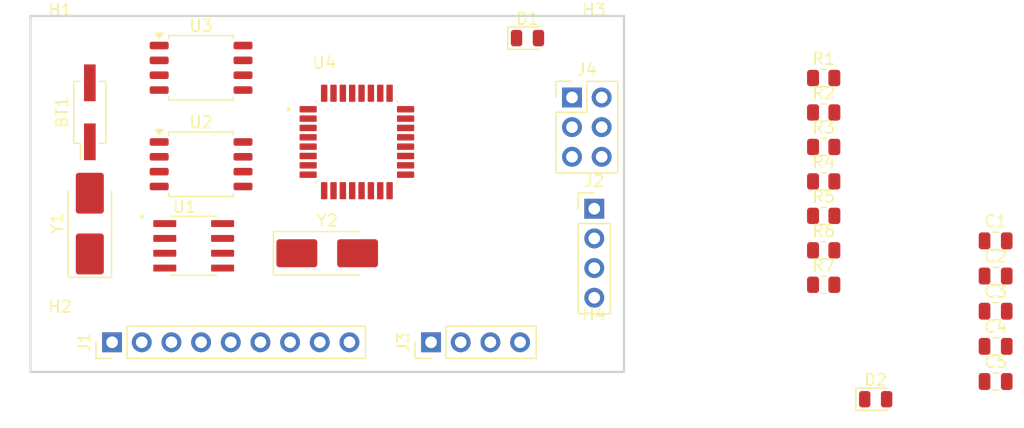
<source format=kicad_pcb>
(kicad_pcb (version 20241229) (generator "pcbnew") (generator_version "9.0")
  (title_block (title "${project_name}") (date "2025-12-21") (rev "1") (company "${name}") (comment 1 "2-Layer PCB version"))
  (layers (0 "F.Cu" mixed) (2 "B.Cu" mixed) (13 "F.Paste" user) (15 "B.Paste" user) (5 "F.SilkS" user "F.Silkscreen") (7 "B.SilkS" user "B.Silkscreen") (1 "F.Mask" user) (3 "B.Mask" user) (25 "Edge.Cuts" user))
  (property "name" "Matthew")
  (property "project_name" "MCU Datalogger with memory and clock")
  (net 0 "")
  (net 1 "Net-(BT1-+)")
  (net 2 "GND")
  (net 3 "/VCC")
  (net 4 "Net-(U4-PB6)")
  (net 5 "Net-(U4-PB7)")
  (net 6 "Net-(U4-AREF)")
  (net 7 "Net-(D1-K)")
  (net 8 "/SCK")
  (net 9 "Net-(D2-K)")
  (net 10 "/D8")
  (net 11 "/D3")
  (net 12 "/D4")
  (net 13 "/D7")
  (net 14 "/D6")
  (net 15 "/D2")
  (net 16 "/D5")
  (net 17 "/SDA")
  (net 18 "/RX")
  (net 19 "/TX")
  (net 20 "/MOSI")
  (net 21 "/MISO")
  (net 22 "/RESET")
  (net 23 "Net-(U1-~{INTA})")
  (net 24 "Net-(U1-SQW{slash}~INT)")
  (net 25 "Net-(U1-X2)")
  (net 26 "Net-(U1-X1)")
  (footprint "MountingHole:MountingHole_2.1mm" (layer "F.Cu") (at 96.52 119.38)
    (property "Reference" "H2" (at 0 -3.05 0) (layer "F.SilkS"))
    (property "Value" "MountingHole")
    (pad "" np_thru_hole circle (at 0 0) (size 2.1 2.1) (drill 2.1) (layers "*.Cu" "*.Mask"))
  )
  (footprint "Capacitor_SMD:C_0805_2012Metric" (layer "F.Cu") (at 176.6 116.72)
    (property "Reference" "C3" (at 0 -1.68 0) (layer "F.SilkS"))
    (property "Value" "22pF")
    (fp_line (start -0.261252 -0.735) (end 0.261252 -0.735) (stroke (width 0.12)) (layer "F.SilkS"))
    (fp_line (start -0.261252 0.735) (end 0.261252 0.735) (stroke (width 0.12)) (layer "F.SilkS"))
    (pad "1" smd roundrect (at -0.95 0) (size 1 1.45) (layers "F.Cu" "F.Mask" "F.Paste") (net 2 "GND"))
    (pad "2" smd roundrect (at 0.95 0) (size 1 1.45) (layers "F.Cu" "F.Mask" "F.Paste") (net 5 "Net-(U4-PB7)"))
  )
  (footprint "MountingHole:MountingHole_2.1mm" (layer "F.Cu") (at 96.52 93.98)
    (property "Reference" "H1" (at 0 -3.05 0) (layer "F.SilkS"))
    (property "Value" "MountingHole")
    (pad "" np_thru_hole circle (at 0 0) (size 2.1 2.1) (drill 2.1) (layers "*.Cu" "*.Mask"))
  )
  (footprint "MountingHole:MountingHole_2.1mm" (layer "F.Cu") (at 142.24 120.015)
    (property "Reference" "H4" (at 0 -3.05 0) (layer "F.SilkS"))
    (property "Value" "MountingHole")
    (pad "" np_thru_hole circle (at 0 0) (size 2.1 2.1) (drill 2.1) (layers "*.Cu" "*.Mask"))
  )
  (footprint "Resistor_SMD:R_0805_2012Metric" (layer "F.Cu") (at 161.88 114.46)
    (property "Reference" "R7" (at 0 -1.65 0) (layer "F.SilkS"))
    (property "Value" "330")
    (fp_line (start -0.227064 -0.735) (end 0.227064 -0.735) (stroke (width 0.12)) (layer "F.SilkS"))
    (fp_line (start -0.227064 0.735) (end 0.227064 0.735) (stroke (width 0.12)) (layer "F.SilkS"))
    (pad "1" smd roundrect (at -0.9125 0) (size 1.025 1.4) (layers "F.Cu" "F.Mask" "F.Paste") (roundrect_rratio 0.243902) (net 9 "Net-(D2-K)"))
    (pad "2" smd roundrect (at 0.9125 0) (size 1.025 1.4) (layers "F.Cu" "F.Mask" "F.Paste") (roundrect_rratio 0.243902) (net 2 "GND"))
  )
  (footprint "Capacitor_SMD:C_0805_2012Metric" (layer "F.Cu") (at 176.6 110.7)
    (property "Reference" "C1" (at 0 -1.68 0) (layer "F.SilkS"))
    (property "Value" "0.1uF")
    (fp_line (start -0.261252 -0.735) (end 0.261252 -0.735) (stroke (width 0.12)) (layer "F.SilkS"))
    (fp_line (start -0.261252 0.735) (end 0.261252 0.735) (stroke (width 0.12)) (layer "F.SilkS"))
    (pad "1" smd roundrect (at -0.95 0) (size 1 1.45) (layers "F.Cu" "F.Mask" "F.Paste") (net 3 "/VCC"))
    (pad "2" smd roundrect (at 0.95 0) (size 1 1.45) (layers "F.Cu" "F.Mask" "F.Paste") (net 2 "GND"))
  )
  (footprint "Resistor_SMD:R_0805_2012Metric" (layer "F.Cu") (at 161.88 108.56)
    (property "Reference" "R5" (at 0 -1.65 0) (layer "F.SilkS"))
    (property "Value" "330")
    (fp_line (start -0.227064 -0.735) (end 0.227064 -0.735) (stroke (width 0.12)) (layer "F.SilkS"))
    (fp_line (start -0.227064 0.735) (end 0.227064 0.735) (stroke (width 0.12)) (layer "F.SilkS"))
    (pad "1" smd roundrect (at -0.9125 0) (size 1.025 1.4) (layers "F.Cu" "F.Mask" "F.Paste") (roundrect_rratio 0.243902) (net 2 "GND"))
    (pad "2" smd roundrect (at 0.9125 0) (size 1.025 1.4) (layers "F.Cu" "F.Mask" "F.Paste") (roundrect_rratio 0.243902) (net 7 "Net-(D1-K)"))
  )
  (footprint "Resistor_SMD:R_0805_2012Metric" (layer "F.Cu") (at 161.88 105.61)
    (property "Reference" "R4" (at 0 -1.65 0) (layer "F.SilkS"))
    (property "Value" "4.7K")
    (fp_line (start -0.227064 -0.735) (end 0.227064 -0.735) (stroke (width 0.12)) (layer "F.SilkS"))
    (fp_line (start -0.227064 0.735) (end 0.227064 0.735) (stroke (width 0.12)) (layer "F.SilkS"))
    (pad "1" smd roundrect (at -0.9125 0) (size 1.025 1.4) (layers "F.Cu" "F.Mask" "F.Paste") (roundrect_rratio 0.243902) (net 3 "/VCC"))
    (pad "2" smd roundrect (at 0.9125 0) (size 1.025 1.4) (layers "F.Cu" "F.Mask" "F.Paste") (roundrect_rratio 0.243902) (net 17 "/SDA"))
  )
  (footprint "DS1337S_:SOIC127P600X175-8N" (layer "F.Cu") (at 107.95 111.125)
    (property "Reference" "U1" (at -0.795 -3.332 0) (layer "F.SilkS"))
    (property "Value" "DS1337S_")
    (fp_line (start -2 -2.52) (end 2 -2.52) (stroke (width 0.127)) (layer "F.SilkS"))
    (fp_line (start -2 2.52) (end 2 2.52) (stroke (width 0.127)) (layer "F.SilkS"))
    (fp_circle (center -4.445 -2.495) (end -4.345 -2.495) (stroke (width 0.2)) (fill no) (layer "F.SilkS"))
    (pad "1" smd roundrect (at -2.475 -1.905) (size 1.97 0.59) (layers "F.Cu" "F.Mask" "F.Paste") (roundrect_rratio 0.125) (net 26 "Net-(U1-X1)"))
    (pad "2" smd roundrect (at -2.475 -0.635) (size 1.97 0.59) (layers "F.Cu" "F.Mask" "F.Paste") (roundrect_rratio 0.125) (net 25 "Net-(U1-X2)"))
    (pad "3" smd roundrect (at -2.475 0.635) (size 1.97 0.59) (layers "F.Cu" "F.Mask" "F.Paste") (roundrect_rratio 0.125) (net 23 "Net-(U1-~{INTA})"))
    (pad "4" smd roundrect (at -2.475 1.905) (size 1.97 0.59) (layers "F.Cu" "F.Mask" "F.Paste") (roundrect_rratio 0.125) (net 2 "GND"))
    (pad "5" smd roundrect (at 2.475 1.905) (size 1.97 0.59) (layers "F.Cu" "F.Mask" "F.Paste") (roundrect_rratio 0.125) (net 17 "/SDA"))
    (pad "6" smd roundrect (at 2.475 0.635) (size 1.97 0.59) (layers "F.Cu" "F.Mask" "F.Paste") (roundrect_rratio 0.125) (net 8 "/SCK"))
    (pad "7" smd roundrect (at 2.475 -0.635) (size 1.97 0.59) (layers "F.Cu" "F.Mask" "F.Paste") (roundrect_rratio 0.125) (net 24 "Net-(U1-SQW{slash}~INT)"))
    (pad "8" smd roundrect (at 2.475 -1.905) (size 1.97 0.59) (layers "F.Cu" "F.Mask" "F.Paste") (roundrect_rratio 0.125) (net 3 "/VCC"))
  )
  (footprint "LED_SMD:LED_0805_2012Metric" (layer "F.Cu") (at 166.33 124.255)
    (property "Reference" "D2" (at 0 -1.65 0) (layer "F.SilkS"))
    (property "Value" "LED")
    (fp_line (start -1.685 -0.96) (end -1.685 0.96) (stroke (width 0.12)) (layer "F.SilkS"))
    (fp_line (start -1.685 0.96) (end 1 0.96) (stroke (width 0.12)) (layer "F.SilkS"))
    (fp_line (start 1 -0.96) (end -1.685 -0.96) (stroke (width 0.12)) (layer "F.SilkS"))
    (pad "1" smd roundrect (at -0.9375 0) (size 0.975 1.4) (layers "F.Cu" "F.Mask" "F.Paste") (net 9 "Net-(D2-K)"))
    (pad "2" smd roundrect (at 0.9375 0) (size 0.975 1.4) (layers "F.Cu" "F.Mask" "F.Paste") (net 1 "Net-(BT1-+)"))
  )
  (footprint "Resistor_SMD:R_0805_2012Metric" (layer "F.Cu") (at 161.88 99.71)
    (property "Reference" "R2" (at 0 -1.65 0) (layer "F.SilkS"))
    (property "Value" "10K")
    (fp_line (start -0.227064 -0.735) (end 0.227064 -0.735) (stroke (width 0.12)) (layer "F.SilkS"))
    (fp_line (start -0.227064 0.735) (end 0.227064 0.735) (stroke (width 0.12)) (layer "F.SilkS"))
    (pad "1" smd roundrect (at -0.9125 0) (size 1.025 1.4) (layers "F.Cu" "F.Mask" "F.Paste") (roundrect_rratio 0.243902) (net 3 "/VCC"))
    (pad "2" smd roundrect (at 0.9125 0) (size 1.025 1.4) (layers "F.Cu" "F.Mask" "F.Paste") (roundrect_rratio 0.243902) (net 24 "Net-(U1-SQW{slash}~INT)"))
  )
  (footprint "Resistor_SMD:R_0805_2012Metric" (layer "F.Cu") (at 161.88 96.76)
    (property "Reference" "R1" (at 0 -1.65 0) (layer "F.SilkS"))
    (property "Value" "10K")
    (fp_line (start -0.227064 -0.735) (end 0.227064 -0.735) (stroke (width 0.12)) (layer "F.SilkS"))
    (fp_line (start -0.227064 0.735) (end 0.227064 0.735) (stroke (width 0.12)) (layer "F.SilkS"))
    (pad "1" smd roundrect (at -0.9125 0) (size 1.025 1.4) (layers "F.Cu" "F.Mask" "F.Paste") (roundrect_rratio 0.243902) (net 3 "/VCC"))
    (pad "2" smd roundrect (at 0.9125 0) (size 1.025 1.4) (layers "F.Cu" "F.Mask" "F.Paste") (roundrect_rratio 0.243902) (net 23 "Net-(U1-~{INTA})"))
  )
  (footprint "Package_SO:SOIC-8_5.3x5.3mm_P1.27mm" (layer "F.Cu") (at 108.585 104.14)
    (property "Reference" "U2" (at 0 -3.6 0) (layer "F.SilkS"))
    (property "Value" "24LC1025")
    (fp_line (start -2.76 -2.76) (end 2.76 -2.76) (stroke (width 0.12)) (layer "F.SilkS"))
    (fp_line (start -2.76 -2.49) (end -2.76 -2.76) (stroke (width 0.12)) (layer "F.SilkS"))
    (fp_line (start -2.76 2.76) (end -2.76 2.49) (stroke (width 0.12)) (layer "F.SilkS"))
    (fp_line (start 2.76 -2.76) (end 2.76 -2.49) (stroke (width 0.12)) (layer "F.SilkS"))
    (fp_line (start 2.76 2.49) (end 2.76 2.76) (stroke (width 0.12)) (layer "F.SilkS"))
    (fp_line (start 2.76 2.76) (end -2.76 2.76) (stroke (width 0.12)) (layer "F.SilkS"))
    (fp_poly (pts (xy -3.59 -2.5) (xy -3.93 -2.97) (xy -3.25 -2.97)) (stroke (width 0.12)) (fill yes) (layer "F.SilkS"))
    (pad "1" smd roundrect (at -3.5875 -1.905) (size 1.625 0.65) (layers "F.Cu" "F.Mask" "F.Paste") (net 3 "/VCC"))
    (pad "2" smd roundrect (at -3.5875 -0.635) (size 1.625 0.65) (layers "F.Cu" "F.Mask" "F.Paste") (net 3 "/VCC"))
    (pad "3" smd roundrect (at -3.5875 0.635) (size 1.625 0.65) (layers "F.Cu" "F.Mask" "F.Paste") (net 3 "/VCC"))
    (pad "4" smd roundrect (at -3.5875 1.905) (size 1.625 0.65) (layers "F.Cu" "F.Mask" "F.Paste") (net 2 "GND"))
    (pad "5" smd roundrect (at 3.5875 1.905) (size 1.625 0.65) (layers "F.Cu" "F.Mask" "F.Paste") (net 17 "/SDA"))
    (pad "6" smd roundrect (at 3.5875 0.635) (size 1.625 0.65) (layers "F.Cu" "F.Mask" "F.Paste") (net 8 "/SCK"))
    (pad "7" smd roundrect (at 3.5875 -0.635) (size 1.625 0.65) (layers "F.Cu" "F.Mask" "F.Paste") (net 2 "GND"))
    (pad "8" smd roundrect (at 3.5875 -1.905) (size 1.625 0.65) (layers "F.Cu" "F.Mask" "F.Paste") (net 3 "/VCC"))
  )
  (footprint "Crystal:Crystal_SMD_5032-2Pin_5.0x3.2mm_HandSoldering" (layer "F.Cu") (at 119.38 111.76)
    (property "Reference" "Y2" (at 0 -2.8 0) (layer "F.SilkS"))
    (property "Value" "16 MHz")
    (fp_line (start -4.61 -1.86) (end -4.61 1.86) (stroke (width 0.12)) (layer "F.SilkS"))
    (fp_line (start -4.61 1.86) (end 2.76 1.86) (stroke (width 0.12)) (layer "F.SilkS"))
    (fp_line (start 2.76 -1.86) (end -4.61 -1.86) (stroke (width 0.12)) (layer "F.SilkS"))
    (pad "1" smd roundrect (at -2.6 0) (size 3.5 2.4) (layers "F.Cu" "F.Mask" "F.Paste") (roundrect_rratio 0.104167) (net 5 "Net-(U4-PB7)"))
    (pad "2" smd roundrect (at 2.6 0) (size 3.5 2.4) (layers "F.Cu" "F.Mask" "F.Paste") (roundrect_rratio 0.104167) (net 4 "Net-(U4-PB6)"))
  )
  (footprint "Resistor_SMD:R_0805_2012Metric" (layer "F.Cu") (at 161.88 111.51)
    (property "Reference" "R6" (at 0 -1.65 0) (layer "F.SilkS"))
    (property "Value" "10K")
    (fp_line (start -0.227064 -0.735) (end 0.227064 -0.735) (stroke (width 0.12)) (layer "F.SilkS"))
    (fp_line (start -0.227064 0.735) (end 0.227064 0.735) (stroke (width 0.12)) (layer "F.SilkS"))
    (pad "1" smd roundrect (at -0.9125 0) (size 1.025 1.4) (layers "F.Cu" "F.Mask" "F.Paste") (roundrect_rratio 0.243902) (net 3 "/VCC"))
    (pad "2" smd roundrect (at 0.9125 0) (size 1.025 1.4) (layers "F.Cu" "F.Mask" "F.Paste") (roundrect_rratio 0.243902) (net 22 "/RESET"))
  )
  (footprint "Connector_PinHeader_2.54mm:PinHeader_2x03_P2.54mm_Vertical" (layer "F.Cu") (at 140.335 98.425)
    (property "Reference" "J4" (at 1.27 -2.38 0) (layer "F.SilkS"))
    (property "Value" "Conn_02x03_Odd_Even")
    (fp_line (start -1.38 -1.38) (end 0 -1.38) (stroke (width 0.12)) (layer "F.SilkS"))
    (fp_line (start -1.38 0) (end -1.38 -1.38) (stroke (width 0.12)) (layer "F.SilkS"))
    (fp_line (start -1.38 1.27) (end -1.38 6.46) (stroke (width 0.12)) (layer "F.SilkS"))
    (fp_line (start -1.38 1.27) (end 1.27 1.27) (stroke (width 0.12)) (layer "F.SilkS"))
    (fp_line (start -1.38 6.46) (end 3.92 6.46) (stroke (width 0.12)) (layer "F.SilkS"))
    (fp_line (start 1.27 -1.38) (end 3.92 -1.38) (stroke (width 0.12)) (layer "F.SilkS"))
    (fp_line (start 1.27 1.27) (end 1.27 -1.38) (stroke (width 0.12)) (layer "F.SilkS"))
    (fp_line (start 3.92 -1.38) (end 3.92 6.46) (stroke (width 0.12)) (layer "F.SilkS"))
    (pad "1" thru_hole rect (at 0 0) (size 1.7 1.7) (drill 1) (layers "*.Cu" "*.Mask") (net 21 "/MISO"))
    (pad "2" thru_hole circle (at 2.54 0) (size 1.7 1.7) (drill 1) (layers "*.Cu" "*.Mask") (net 3 "/VCC"))
    (pad "3" thru_hole circle (at 0 2.54) (size 1.7 1.7) (drill 1) (layers "*.Cu" "*.Mask") (net 8 "/SCK"))
    (pad "4" thru_hole circle (at 2.54 2.54) (size 1.7 1.7) (drill 1) (layers "*.Cu" "*.Mask") (net 20 "/MOSI"))
    (pad "5" thru_hole circle (at 0 5.08) (size 1.7 1.7) (drill 1) (layers "*.Cu" "*.Mask") (net 22 "/RESET"))
    (pad "6" thru_hole circle (at 2.54 5.08) (size 1.7 1.7) (drill 1) (layers "*.Cu" "*.Mask") (net 2 "GND"))
  )
  (footprint "Capacitor_SMD:C_0805_2012Metric" (layer "F.Cu") (at 176.6 122.74)
    (property "Reference" "C5" (at 0 -1.68 0) (layer "F.SilkS"))
    (property "Value" "100nF")
    (fp_line (start -0.261252 -0.735) (end 0.261252 -0.735) (stroke (width 0.12)) (layer "F.SilkS"))
    (fp_line (start -0.261252 0.735) (end 0.261252 0.735) (stroke (width 0.12)) (layer "F.SilkS"))
    (pad "1" smd roundrect (at -0.95 0) (size 1 1.45) (layers "F.Cu" "F.Mask" "F.Paste") (net 1 "Net-(BT1-+)"))
    (pad "2" smd roundrect (at 0.95 0) (size 1 1.45) (layers "F.Cu" "F.Mask" "F.Paste") (net 2 "GND"))
  )
  (footprint "Package_SO:SOIC-8_5.3x5.3mm_P1.27mm" (layer "F.Cu") (at 108.585 95.885)
    (property "Reference" "U3" (at 0 -3.6 0) (layer "F.SilkS"))
    (property "Value" "24LC1025")
    (fp_line (start -2.76 -2.76) (end 2.76 -2.76) (stroke (width 0.12)) (layer "F.SilkS"))
    (fp_line (start -2.76 -2.49) (end -2.76 -2.76) (stroke (width 0.12)) (layer "F.SilkS"))
    (fp_line (start -2.76 2.76) (end -2.76 2.49) (stroke (width 0.12)) (layer "F.SilkS"))
    (fp_line (start 2.76 -2.76) (end 2.76 -2.49) (stroke (width 0.12)) (layer "F.SilkS"))
    (fp_line (start 2.76 2.49) (end 2.76 2.76) (stroke (width 0.12)) (layer "F.SilkS"))
    (fp_line (start 2.76 2.76) (end -2.76 2.76) (stroke (width 0.12)) (layer "F.SilkS"))
    (fp_poly (pts (xy -3.59 -2.5) (xy -3.93 -2.97) (xy -3.25 -2.97)) (stroke (width 0.12)) (fill yes) (layer "F.SilkS"))
    (pad "1" smd roundrect (at -3.5875 -1.905) (size 1.625 0.65) (layers "F.Cu" "F.Mask" "F.Paste") (net 3 "/VCC"))
    (pad "2" smd roundrect (at -3.5875 -0.635) (size 1.625 0.65) (layers "F.Cu" "F.Mask" "F.Paste") (net 2 "GND"))
    (pad "3" smd roundrect (at -3.5875 0.635) (size 1.625 0.65) (layers "F.Cu" "F.Mask" "F.Paste") (net 3 "/VCC"))
    (pad "4" smd roundrect (at -3.5875 1.905) (size 1.625 0.65) (layers "F.Cu" "F.Mask" "F.Paste") (net 2 "GND"))
    (pad "5" smd roundrect (at 3.5875 1.905) (size 1.625 0.65) (layers "F.Cu" "F.Mask" "F.Paste") (net 17 "/SDA"))
    (pad "6" smd roundrect (at 3.5875 0.635) (size 1.625 0.65) (layers "F.Cu" "F.Mask" "F.Paste") (net 8 "/SCK"))
    (pad "7" smd roundrect (at 3.5875 -0.635) (size 1.625 0.65) (layers "F.Cu" "F.Mask" "F.Paste") (net 2 "GND"))
    (pad "8" smd roundrect (at 3.5875 -1.905) (size 1.625 0.65) (layers "F.Cu" "F.Mask" "F.Paste") (net 3 "/VCC"))
  )
  (footprint "Resistor_SMD:R_0805_2012Metric" (layer "F.Cu") (at 161.88 102.66)
    (property "Reference" "R3" (at 0 -1.65 0) (layer "F.SilkS"))
    (property "Value" "4.7K")
    (fp_line (start -0.227064 -0.735) (end 0.227064 -0.735) (stroke (width 0.12)) (layer "F.SilkS"))
    (fp_line (start -0.227064 0.735) (end 0.227064 0.735) (stroke (width 0.12)) (layer "F.SilkS"))
    (pad "1" smd roundrect (at -0.9125 0) (size 1.025 1.4) (layers "F.Cu" "F.Mask" "F.Paste") (roundrect_rratio 0.243902) (net 3 "/VCC"))
    (pad "2" smd roundrect (at 0.9125 0) (size 1.025 1.4) (layers "F.Cu" "F.Mask" "F.Paste") (roundrect_rratio 0.243902) (net 8 "/SCK"))
  )
  (footprint "ATMEGA328P-AU:QFP80P900X900X120-32N" (layer "F.Cu") (at 121.92 102.235)
    (property "Reference" "U4" (at -2.795 -6.79 0) (layer "F.SilkS"))
    (property "Value" "ATMEGA328P-AU")
    (fp_line (start -3.5 -3.5) (end -3.5 -3.395) (stroke (width 0.127)) (layer "F.SilkS"))
    (fp_line (start -3.5 -3.5) (end -3.395 -3.5) (stroke (width 0.127)) (layer "F.SilkS"))
    (fp_line (start -3.5 3.5) (end -3.5 3.395) (stroke (width 0.127)) (layer "F.SilkS"))
    (fp_line (start -3.5 3.5) (end -3.395 3.5) (stroke (width 0.127)) (layer "F.SilkS"))
    (fp_line (start 3.5 -3.5) (end 3.395 -3.5) (stroke (width 0.127)) (layer "F.SilkS"))
    (fp_line (start 3.5 -3.5) (end 3.5 -3.395) (stroke (width 0.127)) (layer "F.SilkS"))
    (fp_line (start 3.5 3.5) (end 3.395 3.5) (stroke (width 0.127)) (layer "F.SilkS"))
    (fp_line (start 3.5 3.5) (end 3.5 3.395) (stroke (width 0.127)) (layer "F.SilkS"))
    (fp_circle (center -5.84 -2.8) (end -5.74 -2.8) (stroke (width 0.2)) (fill no) (layer "F.SilkS"))
    (pad "1" smd roundrect (at -4.17 -2.8) (size 1.47 0.55) (layers "F.Cu" "F.Mask" "F.Paste") (roundrect_rratio 0.125) (net 11 "/D3"))
    (pad "2" smd roundrect (at -4.17 -2) (size 1.47 0.55) (layers "F.Cu" "F.Mask" "F.Paste") (roundrect_rratio 0.125) (net 12 "/D4"))
    (pad "3" smd roundrect (at -4.17 -1.2) (size 1.47 0.55) (layers "F.Cu" "F.Mask" "F.Paste") (roundrect_rratio 0.125) (net 2 "GND"))
    (pad "4" smd roundrect (at -4.17 -0.4) (size 1.47 0.55) (layers "F.Cu" "F.Mask" "F.Paste") (roundrect_rratio 0.125) (net 1 "Net-(BT1-+)"))
    (pad "5" smd roundrect (at -4.17 0.4) (size 1.47 0.55) (layers "F.Cu" "F.Mask" "F.Paste") (roundrect_rratio 0.125) (net 2 "GND"))
    (pad "6" smd roundrect (at -4.17 1.2) (size 1.47 0.55) (layers "F.Cu" "F.Mask" "F.Paste") (roundrect_rratio 0.125))
    (pad "7" smd roundrect (at -4.17 2) (size 1.47 0.55) (layers "F.Cu" "F.Mask" "F.Paste") (roundrect_rratio 0.125) (net 4 "Net-(U4-PB6)"))
    (pad "8" smd roundrect (at -4.17 2.8) (size 1.47 0.55) (layers "F.Cu" "F.Mask" "F.Paste") (roundrect_rratio 0.125) (net 5 "Net-(U4-PB7)"))
    (pad "9" smd roundrect (at -2.8 4.17) (size 0.55 1.47) (layers "F.Cu" "F.Mask" "F.Paste") (roundrect_rratio 0.125) (net 16 "/D5"))
    (pad "10" smd roundrect (at -2 4.17) (size 0.55 1.47) (layers "F.Cu" "F.Mask" "F.Paste") (roundrect_rratio 0.125) (net 14 "/D6"))
    (pad "11" smd roundrect (at -1.2 4.17) (size 0.55 1.47) (layers "F.Cu" "F.Mask" "F.Paste") (roundrect_rratio 0.125) (net 13 "/D7"))
    (pad "12" smd roundrect (at -0.4 4.17) (size 0.55 1.47) (layers "F.Cu" "F.Mask" "F.Paste") (roundrect_rratio 0.125) (net 10 "/D8"))
    (pad "13" smd roundrect (at 0.4 4.17) (size 0.55 1.47) (layers "F.Cu" "F.Mask" "F.Paste") (roundrect_rratio 0.125))
    (pad "14" smd roundrect (at 1.2 4.17) (size 0.55 1.47) (layers "F.Cu" "F.Mask" "F.Paste") (roundrect_rratio 0.125))
    (pad "15" smd roundrect (at 2 4.17) (size 0.55 1.47) (layers "F.Cu" "F.Mask" "F.Paste") (roundrect_rratio 0.125) (net 20 "/MOSI"))
    (pad "16" smd roundrect (at 2.8 4.17) (size 0.55 1.47) (layers "F.Cu" "F.Mask" "F.Paste") (roundrect_rratio 0.125) (net 21 "/MISO"))
    (pad "17" smd roundrect (at 4.17 2.8) (size 1.47 0.55) (layers "F.Cu" "F.Mask" "F.Paste") (roundrect_rratio 0.125) (net 8 "/SCK"))
    (pad "18" smd roundrect (at 4.17 2) (size 1.47 0.55) (layers "F.Cu" "F.Mask" "F.Paste") (roundrect_rratio 0.125) (net 1 "Net-(BT1-+)"))
    (pad "19" smd roundrect (at 4.17 1.2) (size 1.47 0.55) (layers "F.Cu" "F.Mask" "F.Paste") (roundrect_rratio 0.125))
    (pad "20" smd roundrect (at 4.17 0.4) (size 1.47 0.55) (layers "F.Cu" "F.Mask" "F.Paste") (roundrect_rratio 0.125) (net 6 "Net-(U4-AREF)"))
    (pad "21" smd roundrect (at 4.17 -0.4) (size 1.47 0.55) (layers "F.Cu" "F.Mask" "F.Paste") (roundrect_rratio 0.125) (net 2 "GND"))
    (pad "22" smd roundrect (at 4.17 -1.2) (size 1.47 0.55) (layers "F.Cu" "F.Mask" "F.Paste") (roundrect_rratio 0.125))
    (pad "23" smd roundrect (at 4.17 -2) (size 1.47 0.55) (layers "F.Cu" "F.Mask" "F.Paste") (roundrect_rratio 0.125))
    (pad "24" smd roundrect (at 4.17 -2.8) (size 1.47 0.55) (layers "F.Cu" "F.Mask" "F.Paste") (roundrect_rratio 0.125))
    (pad "25" smd roundrect (at 2.8 -4.17) (size 0.55 1.47) (layers "F.Cu" "F.Mask" "F.Paste") (roundrect_rratio 0.125))
    (pad "26" smd roundrect (at 2 -4.17) (size 0.55 1.47) (layers "F.Cu" "F.Mask" "F.Paste") (roundrect_rratio 0.125))
    (pad "27" smd roundrect (at 1.2 -4.17) (size 0.55 1.47) (layers "F.Cu" "F.Mask" "F.Paste") (roundrect_rratio 0.125) (net 17 "/SDA"))
    (pad "28" smd roundrect (at 0.4 -4.17) (size 0.55 1.47) (layers "F.Cu" "F.Mask" "F.Paste") (roundrect_rratio 0.125) (net 8 "/SCK"))
    (pad "29" smd roundrect (at -0.4 -4.17) (size 0.55 1.47) (layers "F.Cu" "F.Mask" "F.Paste") (roundrect_rratio 0.125) (net 22 "/RESET"))
    (pad "30" smd roundrect (at -1.2 -4.17) (size 0.55 1.47) (layers "F.Cu" "F.Mask" "F.Paste") (roundrect_rratio 0.125) (net 18 "/RX"))
    (pad "31" smd roundrect (at -2 -4.17) (size 0.55 1.47) (layers "F.Cu" "F.Mask" "F.Paste") (roundrect_rratio 0.125) (net 19 "/TX"))
    (pad "32" smd roundrect (at -2.8 -4.17) (size 0.55 1.47) (layers "F.Cu" "F.Mask" "F.Paste") (roundrect_rratio 0.125) (net 15 "/D2"))
  )
  (footprint "Connector_PinHeader_2.54mm:PinHeader_2x01_P2.54mm_Vertical_SMD" (layer "F.Cu") (at 99.06 99.695 90)
    (property "Reference" "BT1" (at 0 -2.38 90) (layer "F.SilkS"))
    (property "Value" "Battery")
    (fp_line (start 2.65 -1.38) (end 2.65 -0.81) (stroke (width 0.12)) (layer "F.SilkS"))
    (fp_line (start -2.65 -1.38) (end 2.65 -1.38) (stroke (width 0.12)) (layer "F.SilkS"))
    (fp_line (start -2.65 -1.38) (end -2.65 -0.81) (stroke (width 0.12)) (layer "F.SilkS"))
    (fp_line (start -4.04 -0.81) (end -2.65 -0.81) (stroke (width 0.12)) (layer "F.SilkS"))
    (fp_line (start 2.65 0.81) (end 2.65 1.38) (stroke (width 0.12)) (layer "F.SilkS"))
    (fp_line (start -2.65 0.81) (end -2.65 1.38) (stroke (width 0.12)) (layer "F.SilkS"))
    (fp_line (start -2.65 1.38) (end 2.65 1.38) (stroke (width 0.12)) (layer "F.SilkS"))
    (pad "1" smd rect (at -2.525 0 90) (size 3.15 1) (layers "F.Cu" "F.Mask" "F.Paste") (net 1 "Net-(BT1-+)"))
    (pad "2" smd rect (at 2.525 0 90) (size 3.15 1) (layers "F.Cu" "F.Mask" "F.Paste") (net 2 "GND"))
  )
  (footprint "Connector_PinHeader_2.54mm:PinHeader_1x04_P2.54mm_Vertical" (layer "F.Cu") (at 128.27 119.38 90)
    (property "Reference" "J3" (at 0 -2.38 90) (layer "F.SilkS"))
    (property "Value" "Conn_01x04_Pin")
    (fp_line (start -1.38 -1.38) (end 0 -1.38) (stroke (width 0.12)) (layer "F.SilkS"))
    (fp_line (start -1.38 0) (end -1.38 -1.38) (stroke (width 0.12)) (layer "F.SilkS"))
    (fp_line (start 1.38 1.27) (end 1.38 9) (stroke (width 0.12)) (layer "F.SilkS"))
    (fp_line (start -1.38 1.27) (end 1.38 1.27) (stroke (width 0.12)) (layer "F.SilkS"))
    (fp_line (start -1.38 1.27) (end -1.38 9) (stroke (width 0.12)) (layer "F.SilkS"))
    (fp_line (start -1.38 9) (end 1.38 9) (stroke (width 0.12)) (layer "F.SilkS"))
    (pad "1" thru_hole rect (at 0 0 90) (size 1.7 1.7) (drill 1) (layers "*.Cu" "*.Mask") (net 2 "GND"))
    (pad "2" thru_hole circle (at 0 2.54 90) (size 1.7 1.7) (drill 1) (layers "*.Cu" "*.Mask") (net 3 "/VCC"))
    (pad "3" thru_hole circle (at 0 5.08 90) (size 1.7 1.7) (drill 1) (layers "*.Cu" "*.Mask") (net 18 "/RX"))
    (pad "4" thru_hole circle (at 0 7.62 90) (size 1.7 1.7) (drill 1) (layers "*.Cu" "*.Mask") (net 19 "/TX"))
  )
  (footprint "Crystal:Crystal_SMD_5032-2Pin_5.0x3.2mm_HandSoldering" (layer "F.Cu") (at 99.06 109.22 90)
    (property "Reference" "Y1" (at 0 -2.8 90) (layer "F.SilkS"))
    (property "Value" "32.768 KHz")
    (fp_line (start 2.76 -1.86) (end -4.61 -1.86) (stroke (width 0.12)) (layer "F.SilkS"))
    (fp_line (start -4.61 -1.86) (end -4.61 1.86) (stroke (width 0.12)) (layer "F.SilkS"))
    (fp_line (start -4.61 1.86) (end 2.76 1.86) (stroke (width 0.12)) (layer "F.SilkS"))
    (pad "1" smd roundrect (at -2.6 0 90) (size 3.5 2.4) (layers "F.Cu" "F.Mask" "F.Paste") (roundrect_rratio 0.104167) (net 25 "Net-(U1-X2)"))
    (pad "2" smd roundrect (at 2.6 0 90) (size 3.5 2.4) (layers "F.Cu" "F.Mask" "F.Paste") (roundrect_rratio 0.104167) (net 26 "Net-(U1-X1)"))
  )
  (footprint "Capacitor_SMD:C_0805_2012Metric" (layer "F.Cu") (at 176.6 113.71)
    (property "Reference" "C2" (at 0 -1.68 0) (layer "F.SilkS"))
    (property "Value" "22pF")
    (fp_line (start -0.261252 -0.735) (end 0.261252 -0.735) (stroke (width 0.12)) (layer "F.SilkS"))
    (fp_line (start -0.261252 0.735) (end 0.261252 0.735) (stroke (width 0.12)) (layer "F.SilkS"))
    (pad "1" smd roundrect (at -0.95 0) (size 1 1.45) (layers "F.Cu" "F.Mask" "F.Paste") (net 2 "GND"))
    (pad "2" smd roundrect (at 0.95 0) (size 1 1.45) (layers "F.Cu" "F.Mask" "F.Paste") (net 4 "Net-(U4-PB6)"))
  )
  (footprint "MountingHole:MountingHole_2.1mm" (layer "F.Cu") (at 142.24 93.98)
    (property "Reference" "H3" (at 0 -3.05 0) (layer "F.SilkS"))
    (property "Value" "MountingHole")
    (pad "" np_thru_hole circle (at 0 0) (size 2.1 2.1) (drill 2.1) (layers "*.Cu" "*.Mask"))
  )
  (footprint "Connector_PinHeader_2.54mm:PinHeader_1x09_P2.54mm_Vertical" (layer "F.Cu") (at 100.965 119.38 90)
    (property "Reference" "J1" (at 0 -2.38 90) (layer "F.SilkS"))
    (property "Value" "Conn_01x09_Pin")
    (fp_line (start -1.38 -1.38) (end 0 -1.38) (stroke (width 0.12)) (layer "F.SilkS"))
    (fp_line (start -1.38 0) (end -1.38 -1.38) (stroke (width 0.12)) (layer "F.SilkS"))
    (fp_line (start 1.38 1.27) (end 1.38 21.7) (stroke (width 0.12)) (layer "F.SilkS"))
    (fp_line (start -1.38 1.27) (end 1.38 1.27) (stroke (width 0.12)) (layer "F.SilkS"))
    (fp_line (start -1.38 1.27) (end -1.38 21.7) (stroke (width 0.12)) (layer "F.SilkS"))
    (fp_line (start -1.38 21.7) (end 1.38 21.7) (stroke (width 0.12)) (layer "F.SilkS"))
    (pad "1" thru_hole rect (at 0 0 90) (size 1.7 1.7) (drill 1) (layers "*.Cu" "*.Mask") (net 15 "/D2"))
    (pad "2" thru_hole circle (at 0 2.54 90) (size 1.7 1.7) (drill 1) (layers "*.Cu" "*.Mask") (net 11 "/D3"))
    (pad "3" thru_hole circle (at 0 5.08 90) (size 1.7 1.7) (drill 1) (layers "*.Cu" "*.Mask") (net 12 "/D4"))
    (pad "4" thru_hole circle (at 0 7.62 90) (size 1.7 1.7) (drill 1) (layers "*.Cu" "*.Mask") (net 16 "/D5"))
    (pad "5" thru_hole circle (at 0 10.16 90) (size 1.7 1.7) (drill 1) (layers "*.Cu" "*.Mask") (net 14 "/D6"))
    (pad "6" thru_hole circle (at 0 12.7 90) (size 1.7 1.7) (drill 1) (layers "*.Cu" "*.Mask") (net 13 "/D7"))
    (pad "7" thru_hole circle (at 0 15.24 90) (size 1.7 1.7) (drill 1) (layers "*.Cu" "*.Mask") (net 10 "/D8"))
    (pad "8" thru_hole circle (at 0 17.78 90) (size 1.7 1.7) (drill 1) (layers "*.Cu" "*.Mask") (net 2 "GND"))
    (pad "9" thru_hole circle (at 0 20.32 90) (size 1.7 1.7) (drill 1) (layers "*.Cu" "*.Mask") (net 3 "/VCC"))
  )
  (footprint "Connector_PinHeader_2.54mm:PinHeader_1x04_P2.54mm_Vertical" (layer "F.Cu") (at 142.24 107.95)
    (property "Reference" "J2" (at 0 -2.38 0) (layer "F.SilkS"))
    (property "Value" "Conn_01x04_Pin")
    (fp_line (start -1.38 -1.38) (end 0 -1.38) (stroke (width 0.12)) (layer "F.SilkS"))
    (fp_line (start -1.38 0) (end -1.38 -1.38) (stroke (width 0.12)) (layer "F.SilkS"))
    (fp_line (start -1.38 1.27) (end -1.38 9) (stroke (width 0.12)) (layer "F.SilkS"))
    (fp_line (start -1.38 1.27) (end 1.38 1.27) (stroke (width 0.12)) (layer "F.SilkS"))
    (fp_line (start -1.38 9) (end 1.38 9) (stroke (width 0.12)) (layer "F.SilkS"))
    (fp_line (start 1.38 1.27) (end 1.38 9) (stroke (width 0.12)) (layer "F.SilkS"))
    (pad "1" thru_hole rect (at 0 0) (size 1.7 1.7) (drill 1) (layers "*.Cu" "*.Mask") (net 2 "GND"))
    (pad "2" thru_hole circle (at 0 2.54) (size 1.7 1.7) (drill 1) (layers "*.Cu" "*.Mask") (net 3 "/VCC"))
    (pad "3" thru_hole circle (at 0 5.08) (size 1.7 1.7) (drill 1) (layers "*.Cu" "*.Mask") (net 17 "/SDA"))
    (pad "4" thru_hole circle (at 0 7.62) (size 1.7 1.7) (drill 1) (layers "*.Cu" "*.Mask") (net 8 "/SCK"))
  )
  (footprint "LED_SMD:LED_0805_2012Metric" (layer "F.Cu") (at 136.525 93.345)
    (property "Reference" "D1" (at 0 -1.65 0) (layer "F.SilkS"))
    (property "Value" "LED")
    (fp_line (start -1.685 -0.96) (end -1.685 0.96) (stroke (width 0.12)) (layer "F.SilkS"))
    (fp_line (start -1.685 0.96) (end 1 0.96) (stroke (width 0.12)) (layer "F.SilkS"))
    (fp_line (start 1 -0.96) (end -1.685 -0.96) (stroke (width 0.12)) (layer "F.SilkS"))
    (pad "1" smd roundrect (at -0.9375 0) (size 0.975 1.4) (layers "F.Cu" "F.Mask" "F.Paste") (net 7 "Net-(D1-K)"))
    (pad "2" smd roundrect (at 0.9375 0) (size 0.975 1.4) (layers "F.Cu" "F.Mask" "F.Paste") (net 8 "/SCK"))
  )
  (footprint "Capacitor_SMD:C_0805_2012Metric" (layer "F.Cu") (at 176.6 119.73)
    (property "Reference" "C4" (at 0 -1.68 0) (layer "F.SilkS"))
    (property "Value" "0.1uF")
    (fp_line (start -0.261252 -0.735) (end 0.261252 -0.735) (stroke (width 0.12)) (layer "F.SilkS"))
    (fp_line (start -0.261252 0.735) (end 0.261252 0.735) (stroke (width 0.12)) (layer "F.SilkS"))
    (pad "1" smd roundrect (at -0.95 0) (size 1 1.45) (layers "F.Cu" "F.Mask" "F.Paste") (net 2 "GND"))
    (pad "2" smd roundrect (at 0.95 0) (size 1 1.45) (layers "F.Cu" "F.Mask" "F.Paste") (net 6 "Net-(U4-AREF)"))
  )
  (gr_rect (start 93.98 91.44) (end 144.78 121.92) (stroke (width 0.19)) (fill no) (layer "Edge.Cuts"))
)
</source>
